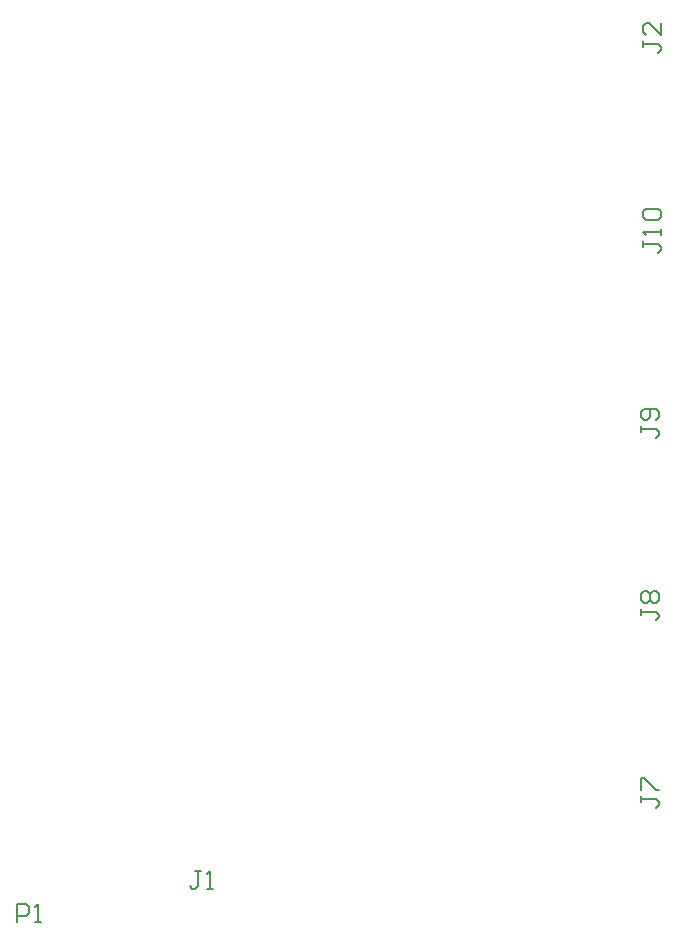
<source format=gbr>
G04*
G04 #@! TF.GenerationSoftware,Altium Limited,Altium Designer,24.6.1 (21)*
G04*
G04 Layer_Color=32768*
%FSLAX25Y25*%
%MOIN*%
G70*
G04*
G04 #@! TF.SameCoordinates,02B8DA6F-49FF-4BAE-8194-33363A00AC8D*
G04*
G04*
G04 #@! TF.FilePolarity,Positive*
G04*
G01*
G75*
%ADD81C,0.00591*%
D81*
X669683Y216870D02*
Y214902D01*
Y215886D01*
X674603D01*
X675587Y214902D01*
Y213918D01*
X674603Y212934D01*
X670667Y218838D02*
X669683Y219822D01*
Y221790D01*
X670667Y222774D01*
X671651D01*
X672635Y221790D01*
X673619Y222774D01*
X674603D01*
X675587Y221790D01*
Y219822D01*
X674603Y218838D01*
X673619D01*
X672635Y219822D01*
X671651Y218838D01*
X670667D01*
X672635Y219822D02*
Y221790D01*
X669683Y277645D02*
Y275678D01*
Y276662D01*
X674603D01*
X675587Y275678D01*
Y274694D01*
X674603Y273710D01*
Y279613D02*
X675587Y280597D01*
Y282565D01*
X674603Y283549D01*
X670667D01*
X669683Y282565D01*
Y280597D01*
X670667Y279613D01*
X671651D01*
X672635Y280597D01*
Y283549D01*
X670220Y339410D02*
Y337442D01*
Y338426D01*
X675140D01*
X676123Y337442D01*
Y336458D01*
X675140Y335474D01*
X676123Y341378D02*
Y343346D01*
Y342362D01*
X670220D01*
X671204Y341378D01*
Y346298D02*
X670220Y347282D01*
Y349249D01*
X671204Y350233D01*
X675140D01*
X676123Y349249D01*
Y347282D01*
X675140Y346298D01*
X671204D01*
X670220Y406145D02*
Y404178D01*
Y405162D01*
X675140D01*
X676123Y404178D01*
Y403194D01*
X675140Y402210D01*
X676123Y412049D02*
Y408113D01*
X672188Y412049D01*
X671204D01*
X670220Y411065D01*
Y409097D01*
X671204Y408113D01*
X523000Y129452D02*
X521032D01*
X522016D01*
Y124532D01*
X521032Y123548D01*
X520048D01*
X519064Y124532D01*
X524968Y123548D02*
X526936D01*
X525952D01*
Y129452D01*
X524968Y128468D01*
X461564Y112548D02*
Y118452D01*
X464516D01*
X465500Y117468D01*
Y115500D01*
X464516Y114516D01*
X461564D01*
X467468Y112548D02*
X469436D01*
X468452D01*
Y118452D01*
X467468Y117468D01*
X669683Y154370D02*
Y152402D01*
Y153386D01*
X674603D01*
X675587Y152402D01*
Y151418D01*
X674603Y150434D01*
X669683Y156338D02*
Y160274D01*
X670667D01*
X674603Y156338D01*
X675587D01*
M02*

</source>
